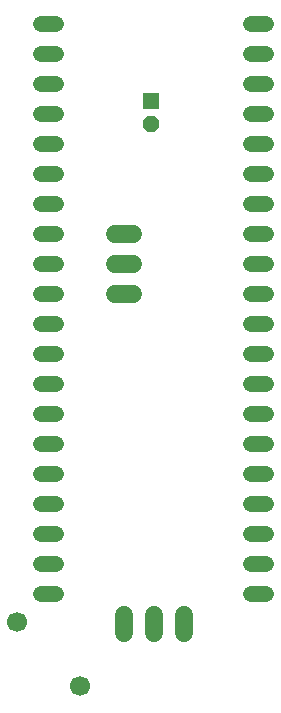
<source format=gbr>
G04 EAGLE Gerber RS-274X export*
G75*
%MOMM*%
%FSLAX34Y34*%
%LPD*%
%INBottom Copper*%
%IPPOS*%
%AMOC8*
5,1,8,0,0,1.08239X$1,22.5*%
G01*
%ADD10C,1.524000*%
%ADD11C,1.320800*%
%ADD12R,1.320800X1.320800*%
%ADD13P,1.429621X8X22.500000*%
%ADD14C,1.700000*%


D10*
X228600Y246380D02*
X228600Y261620D01*
X254000Y261620D02*
X254000Y246380D01*
X279400Y246380D02*
X279400Y261620D01*
X236220Y584200D02*
X220980Y584200D01*
X220980Y558800D02*
X236220Y558800D01*
X236220Y533400D02*
X220980Y533400D01*
D11*
X336296Y762000D02*
X349504Y762000D01*
X349504Y736600D02*
X336296Y736600D01*
X336296Y711200D02*
X349504Y711200D01*
X349504Y685800D02*
X336296Y685800D01*
X336296Y660400D02*
X349504Y660400D01*
X349504Y635000D02*
X336296Y635000D01*
X336296Y609600D02*
X349504Y609600D01*
X349504Y584200D02*
X336296Y584200D01*
X336296Y558800D02*
X349504Y558800D01*
X349504Y533400D02*
X336296Y533400D01*
X336296Y508000D02*
X349504Y508000D01*
X349504Y482600D02*
X336296Y482600D01*
X336296Y457200D02*
X349504Y457200D01*
X349504Y431800D02*
X336296Y431800D01*
X336296Y406400D02*
X349504Y406400D01*
X349504Y381000D02*
X336296Y381000D01*
X336296Y355600D02*
X349504Y355600D01*
X349504Y330200D02*
X336296Y330200D01*
X336296Y304800D02*
X349504Y304800D01*
X349504Y279400D02*
X336296Y279400D01*
X171704Y279400D02*
X158496Y279400D01*
X158496Y304800D02*
X171704Y304800D01*
X171704Y330200D02*
X158496Y330200D01*
X158496Y355600D02*
X171704Y355600D01*
X171704Y381000D02*
X158496Y381000D01*
X158496Y406400D02*
X171704Y406400D01*
X171704Y431800D02*
X158496Y431800D01*
X158496Y457200D02*
X171704Y457200D01*
X171704Y482600D02*
X158496Y482600D01*
X158496Y508000D02*
X171704Y508000D01*
X171704Y533400D02*
X158496Y533400D01*
X158496Y558800D02*
X171704Y558800D01*
X171704Y584200D02*
X158496Y584200D01*
X158496Y609600D02*
X171704Y609600D01*
X171704Y635000D02*
X158496Y635000D01*
X158496Y660400D02*
X171704Y660400D01*
X171704Y685800D02*
X158496Y685800D01*
X158496Y711200D02*
X171704Y711200D01*
X171704Y736600D02*
X158496Y736600D01*
X158496Y762000D02*
X171704Y762000D01*
D12*
X251460Y697070D03*
D13*
X251460Y677070D03*
D14*
X138159Y255541D03*
X192041Y201659D03*
M02*

</source>
